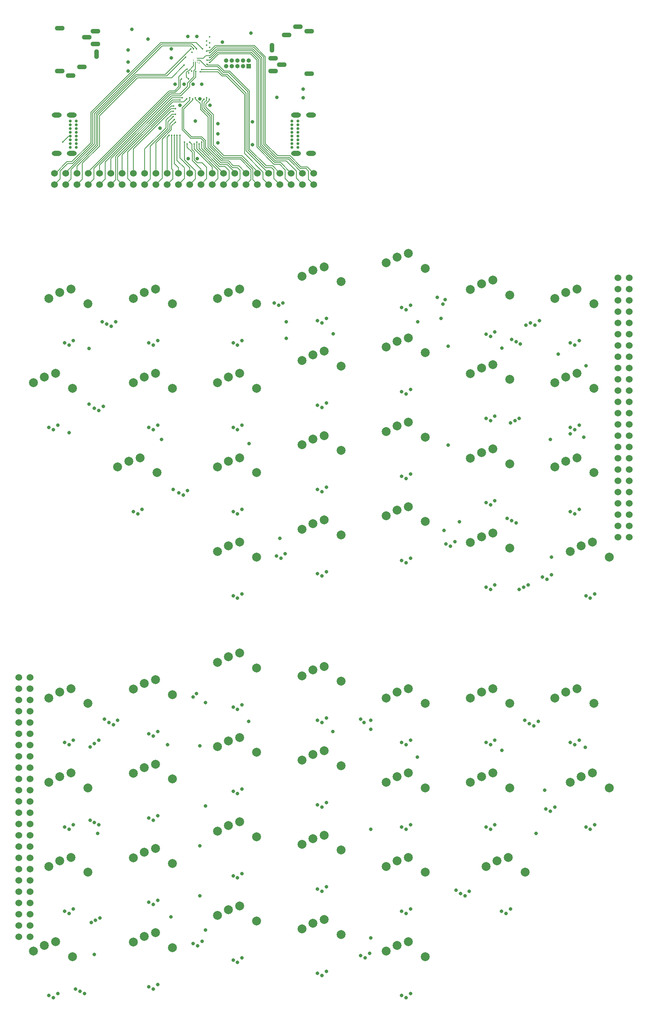
<source format=gbr>
%TF.GenerationSoftware,KiCad,Pcbnew,(6.0.6)*%
%TF.CreationDate,2022-09-03T22:19:58-07:00*%
%TF.ProjectId,NourK,4e6f7572-4b2e-46b6-9963-61645f706362,rev?*%
%TF.SameCoordinates,Original*%
%TF.FileFunction,Copper,L3,Inr*%
%TF.FilePolarity,Positive*%
%FSLAX46Y46*%
G04 Gerber Fmt 4.6, Leading zero omitted, Abs format (unit mm)*
G04 Created by KiCad (PCBNEW (6.0.6)) date 2022-09-03 22:19:58*
%MOMM*%
%LPD*%
G01*
G04 APERTURE LIST*
%TA.AperFunction,ComponentPad*%
%ADD10C,1.524000*%
%TD*%
%TA.AperFunction,ComponentPad*%
%ADD11C,2.000000*%
%TD*%
%TA.AperFunction,ComponentPad*%
%ADD12C,0.650000*%
%TD*%
%TA.AperFunction,ComponentPad*%
%ADD13O,2.216000X1.108000*%
%TD*%
%TA.AperFunction,ComponentPad*%
%ADD14O,1.100000X2.200000*%
%TD*%
%TA.AperFunction,ComponentPad*%
%ADD15O,2.200000X1.100000*%
%TD*%
%TA.AperFunction,ComponentPad*%
%ADD16O,1.000000X1.000000*%
%TD*%
%TA.AperFunction,ComponentPad*%
%ADD17R,1.000000X1.000000*%
%TD*%
%TA.AperFunction,ViaPad*%
%ADD18C,0.800000*%
%TD*%
%TA.AperFunction,ViaPad*%
%ADD19C,0.350000*%
%TD*%
%TA.AperFunction,ViaPad*%
%ADD20C,0.220000*%
%TD*%
%TA.AperFunction,Conductor*%
%ADD21C,0.200000*%
%TD*%
G04 APERTURE END LIST*
D10*
%TO.N,/rhs/RHS Keys/KEY.COL2*%
%TO.C,U3*%
X177260000Y-142965000D03*
%TO.N,/rhs/RHS Keys/KEY.COL4*%
X177260000Y-140425000D03*
%TO.N,/rhs/RHS Keys/KEY.ROW5*%
X177260000Y-137885000D03*
%TO.N,/rhs/RHS Keys/KEY.ROW3*%
X177260000Y-135345000D03*
%TO.N,/rhs/RHS Keys/KEY.ROW1*%
X177260000Y-132805000D03*
%TO.N,/rhs/RHS LEDs/LED.SW_RED1*%
X177260000Y-130265000D03*
%TO.N,/rhs/RHS LEDs/LED.SW_GREEN2*%
X177260000Y-127725000D03*
%TO.N,/rhs/RHS LEDs/LED.SW_BLUE2*%
X177260000Y-125185000D03*
%TO.N,/rhs/RHS LEDs/LED.CS_COL1*%
X177260000Y-122645000D03*
%TO.N,/rhs/RHS LEDs/LED.CS_COL3*%
X177260000Y-120105000D03*
%TO.N,/rhs/RHS LEDs/LED.CS_COL5*%
X177260000Y-117565000D03*
%TO.N,/rhs/RHS LEDs/LED.CS_COL7*%
X177260000Y-115025000D03*
%TO.N,/rhs/RHS LEDs/LED.CS_COL9*%
X177260000Y-112485000D03*
%TO.N,/rhs/RHS LEDs/LED.CS_COL11*%
X177260000Y-109945000D03*
%TO.N,/rhs/RHS LEDs/LED.CS_COL13*%
X177260000Y-107405000D03*
%TO.N,/rhs/RHS LEDs/LED.CS_COL15*%
X177260000Y-104865000D03*
%TO.N,/rhs/RHS LEDs/LED.SW_BLUE3*%
X177260000Y-102325000D03*
%TO.N,/rhs/RHS LEDs/LED.SW_GREEN3*%
X177260000Y-99785000D03*
%TO.N,/rhs/RHS LEDs/LED.SW_RED4*%
X177260000Y-97245000D03*
%TO.N,/rhs/RHS Keys/KEY.ROW6*%
X177260000Y-94705000D03*
%TO.N,/rhs/RHS Keys/KEY.ROW8*%
X177260000Y-92165000D03*
%TO.N,/rhs/RHS Keys/KEY.ROW10*%
X177260000Y-89625000D03*
%TO.N,/rhs/RHS Keys/KEY.COL7*%
X177260000Y-87085000D03*
%TO.N,/rhs/RHS Keys/KEY.COL9*%
X177260000Y-84545000D03*
%TO.N,/rhs/RHS Keys/KEY.COL10*%
X179800000Y-84545000D03*
%TO.N,/rhs/RHS Keys/KEY.COL8*%
X179800000Y-87085000D03*
%TO.N,/rhs/RHS Keys/KEY.COL6*%
X179800000Y-89625000D03*
%TO.N,/rhs/RHS Keys/KEY.ROW9*%
X179800000Y-92165000D03*
%TO.N,/rhs/RHS Keys/KEY.ROW7*%
X179800000Y-94705000D03*
%TO.N,/rhs/RHS LEDs/LED.SW_BLUE4*%
X179800000Y-97245000D03*
%TO.N,/rhs/RHS LEDs/LED.SW_GREEN4*%
X179800000Y-99785000D03*
%TO.N,/rhs/RHS LEDs/LED.SW_RED3*%
X179800000Y-102325000D03*
%TO.N,/rhs/RHS LEDs/LED.CS_COL16*%
X179800000Y-104865000D03*
%TO.N,/rhs/RHS LEDs/LED.CS_COL14*%
X179800000Y-107405000D03*
%TO.N,/rhs/RHS LEDs/LED.CS_COL12*%
X179800000Y-109945000D03*
%TO.N,/rhs/RHS LEDs/LED.CS_COL10*%
X179800000Y-112485000D03*
%TO.N,/rhs/RHS LEDs/LED.CS_COL8*%
X179800000Y-115025000D03*
%TO.N,/rhs/RHS LEDs/LED.CS_COL6*%
X179800000Y-117565000D03*
%TO.N,/rhs/RHS LEDs/LED.CS_COL4*%
X179800000Y-120105000D03*
%TO.N,/rhs/RHS LEDs/LED.CS_COL2*%
X179800000Y-122645000D03*
%TO.N,/rhs/RHS LEDs/LED.SW_RED2*%
X179800000Y-125185000D03*
%TO.N,/rhs/RHS LEDs/LED.SW_GREEN1*%
X179800000Y-127725000D03*
%TO.N,/rhs/RHS LEDs/LED.SW_BLUE1*%
X179800000Y-130265000D03*
%TO.N,/rhs/RHS Keys/KEY.ROW2*%
X179800000Y-132805000D03*
%TO.N,/rhs/RHS Keys/KEY.ROW4*%
X179800000Y-135345000D03*
%TO.N,/rhs/RHS Keys/KEY.COL5*%
X179800000Y-137885000D03*
%TO.N,/rhs/RHS Keys/KEY.COL3*%
X179800000Y-140425000D03*
%TO.N,/rhs/RHS Keys/KEY.COL1*%
X179800000Y-142965000D03*
%TD*%
%TO.N,/core/KEY.COL2*%
%TO.C,U4*%
X50250000Y-61010000D03*
%TO.N,/core/KEY.COL4*%
X52790000Y-61010000D03*
%TO.N,/core/KEY.ROW5*%
X55330000Y-61010000D03*
%TO.N,/core/KEY.ROW3*%
X57870000Y-61010000D03*
%TO.N,/core/KEY.ROW1*%
X60410000Y-61010000D03*
%TO.N,/core/LED.SW_RED2*%
X62950000Y-61010000D03*
%TO.N,/core/LED.SW_GREEN1*%
X65490000Y-61010000D03*
%TO.N,/core/LED.SW_BLUE1*%
X68030000Y-61010000D03*
%TO.N,/core/LED.CS_COL1*%
X70570000Y-61010000D03*
%TO.N,/core/LED.CS_COL3*%
X73110000Y-61010000D03*
%TO.N,/core/LED.CS_COL5*%
X75650000Y-61010000D03*
%TO.N,/core/LED.CS_COL7*%
X78190000Y-61010000D03*
%TO.N,/core/LED.CS_COL9*%
X80730000Y-61010000D03*
%TO.N,/core/LED.CS_COL11*%
X83270000Y-61010000D03*
%TO.N,/core/LED.CS_COL13*%
X85810000Y-61010000D03*
%TO.N,/core/LED.CS_COL15*%
X88350000Y-61010000D03*
%TO.N,/core/LED.SW_BLUE3*%
X90890000Y-61010000D03*
%TO.N,/core/LED.SW_GREEN3*%
X93430000Y-61010000D03*
%TO.N,/core/LED.SW_GREEN4*%
X95970000Y-61010000D03*
%TO.N,/core/KEY.ROW6*%
X98510000Y-61010000D03*
%TO.N,/core/KEY.ROW8*%
X101050000Y-61010000D03*
%TO.N,/core/KEY.ROW10*%
X103590000Y-61010000D03*
%TO.N,/core/KEY.COL7*%
X106130000Y-61010000D03*
%TO.N,/core/KEY.COL9*%
X108670000Y-61010000D03*
%TO.N,/core/KEY.COL10*%
X108670000Y-63550000D03*
%TO.N,/core/KEY.COL8*%
X106130000Y-63550000D03*
%TO.N,/core/KEY.COL6*%
X103590000Y-63550000D03*
%TO.N,/core/KEY.ROW9*%
X101050000Y-63550000D03*
%TO.N,/core/KEY.ROW7*%
X98510000Y-63550000D03*
%TO.N,/core/LED.SW_RED4*%
X95970000Y-63550000D03*
%TO.N,/core/LED.SW_BLUE4*%
X93430000Y-63550000D03*
%TO.N,/core/LED.SW_RED3*%
X90890000Y-63550000D03*
%TO.N,/core/LED.CS_COL16*%
X88350000Y-63550000D03*
%TO.N,/core/LED.CS_COL14*%
X85810000Y-63550000D03*
%TO.N,/core/LED.CS_COL12*%
X83270000Y-63550000D03*
%TO.N,/core/LED.CS_COL10*%
X80730000Y-63550000D03*
%TO.N,/core/LED.CS_COL8*%
X78190000Y-63550000D03*
%TO.N,/core/LED.CS_COL6*%
X75650000Y-63550000D03*
%TO.N,/core/LED.CS_COL4*%
X73110000Y-63550000D03*
%TO.N,/core/LED.CS_COL2*%
X70570000Y-63550000D03*
%TO.N,/core/LED.SW_RED1*%
X68030000Y-63550000D03*
%TO.N,/core/LED.SW_GREEN2*%
X65490000Y-63550000D03*
%TO.N,/core/LED.SW_BLUE2*%
X62950000Y-63550000D03*
%TO.N,/core/KEY.ROW2*%
X60410000Y-63550000D03*
%TO.N,/core/KEY.ROW4*%
X57870000Y-63550000D03*
%TO.N,/core/KEY.COL5*%
X55330000Y-63550000D03*
%TO.N,/core/KEY.COL3*%
X52790000Y-63550000D03*
%TO.N,/core/KEY.COL1*%
X50250000Y-63550000D03*
%TD*%
%TO.N,/lhs/LHS Keys/KEY.COL2*%
%TO.C,U5*%
X44740000Y-174580000D03*
%TO.N,/lhs/LHS Keys/KEY.COL4*%
X44740000Y-177120000D03*
%TO.N,/lhs/LHS Keys/KEY.ROW5*%
X44740000Y-179660000D03*
%TO.N,/lhs/LHS Keys/KEY.ROW3*%
X44740000Y-182200000D03*
%TO.N,/lhs/LHS Keys/KEY.ROW1*%
X44740000Y-184740000D03*
%TO.N,/lhs/LHS LEDs/LED.SW_RED1*%
X44740000Y-187280000D03*
%TO.N,/lhs/LHS LEDs/LED.SW_GREEN2*%
X44740000Y-189820000D03*
%TO.N,/lhs/LHS LEDs/LED.SW_BLUE2*%
X44740000Y-192360000D03*
%TO.N,/lhs/LHS LEDs/LED.CS_COL1*%
X44740000Y-194900000D03*
%TO.N,/lhs/LHS LEDs/LED.CS_COL3*%
X44740000Y-197440000D03*
%TO.N,/lhs/LHS LEDs/LED.CS_COL5*%
X44740000Y-199980000D03*
%TO.N,/lhs/LHS LEDs/LED.CS_COL7*%
X44740000Y-202520000D03*
%TO.N,/lhs/LHS LEDs/LED.CS_COL9*%
X44740000Y-205060000D03*
%TO.N,/lhs/LHS LEDs/LED.CS_COL11*%
X44740000Y-207600000D03*
%TO.N,/lhs/LHS LEDs/LED.CS_COL13*%
X44740000Y-210140000D03*
%TO.N,/lhs/LHS LEDs/LED.CS_COL15*%
X44740000Y-212680000D03*
%TO.N,/lhs/LHS LEDs/LED.SW_BLUE3*%
X44740000Y-215220000D03*
%TO.N,/lhs/LHS LEDs/LED.SW_GREEN3*%
X44740000Y-217760000D03*
%TO.N,/lhs/LHS LEDs/LED.SW_RED4*%
X44740000Y-220300000D03*
%TO.N,/lhs/LHS Keys/KEY.ROW6*%
X44740000Y-222840000D03*
%TO.N,/lhs/LHS Keys/KEY.ROW8*%
X44740000Y-225380000D03*
%TO.N,/lhs/LHS Keys/KEY.ROW10*%
X44740000Y-227920000D03*
%TO.N,/lhs/LHS Keys/KEY.COL7*%
X44740000Y-230460000D03*
%TO.N,/lhs/LHS Keys/KEY.COL9*%
X44740000Y-233000000D03*
%TO.N,/lhs/LHS Keys/KEY.COL10*%
X42200000Y-233000000D03*
%TO.N,/lhs/LHS Keys/KEY.COL8*%
X42200000Y-230460000D03*
%TO.N,/lhs/LHS Keys/KEY.COL6*%
X42200000Y-227920000D03*
%TO.N,/lhs/LHS Keys/KEY.ROW9*%
X42200000Y-225380000D03*
%TO.N,/lhs/LHS Keys/KEY.ROW7*%
X42200000Y-222840000D03*
%TO.N,/lhs/LHS LEDs/LED.SW_BLUE4*%
X42200000Y-220300000D03*
%TO.N,/lhs/LHS LEDs/LED.SW_GREEN4*%
X42200000Y-217760000D03*
%TO.N,/lhs/LHS LEDs/LED.SW_RED3*%
X42200000Y-215220000D03*
%TO.N,/lhs/LHS LEDs/LED.CS_COL16*%
X42200000Y-212680000D03*
%TO.N,/lhs/LHS LEDs/LED.CS_COL14*%
X42200000Y-210140000D03*
%TO.N,/lhs/LHS LEDs/LED.CS_COL12*%
X42200000Y-207600000D03*
%TO.N,/lhs/LHS LEDs/LED.CS_COL10*%
X42200000Y-205060000D03*
%TO.N,/lhs/LHS LEDs/LED.CS_COL8*%
X42200000Y-202520000D03*
%TO.N,/lhs/LHS LEDs/LED.CS_COL6*%
X42200000Y-199980000D03*
%TO.N,/lhs/LHS LEDs/LED.CS_COL4*%
X42200000Y-197440000D03*
%TO.N,/lhs/LHS LEDs/LED.CS_COL2*%
X42200000Y-194900000D03*
%TO.N,/lhs/LHS LEDs/LED.SW_RED2*%
X42200000Y-192360000D03*
%TO.N,/lhs/LHS LEDs/LED.SW_GREEN1*%
X42200000Y-189820000D03*
%TO.N,/lhs/LHS LEDs/LED.SW_BLUE1*%
X42200000Y-187280000D03*
%TO.N,/lhs/LHS Keys/KEY.ROW2*%
X42200000Y-184740000D03*
%TO.N,/lhs/LHS Keys/KEY.ROW4*%
X42200000Y-182200000D03*
%TO.N,/lhs/LHS Keys/KEY.COL5*%
X42200000Y-179660000D03*
%TO.N,/lhs/LHS Keys/KEY.COL3*%
X42200000Y-177120000D03*
%TO.N,/lhs/LHS Keys/KEY.COL1*%
X42200000Y-174580000D03*
%TD*%
D11*
%TO.N,Net-(D48-Pad1)*%
%TO.C,SW53*%
X51460000Y-215920000D03*
X49000000Y-217200000D03*
%TO.N,/lhs/LHS Keys/KEY.COL7*%
X54000000Y-215100000D03*
X57810000Y-218460000D03*
%TD*%
%TO.N,Net-(D43-Pad2)*%
%TO.C,SW36*%
X127460000Y-196920000D03*
X125000000Y-198200000D03*
%TO.N,/lhs/LHS Keys/KEY.COL3*%
X130000000Y-196100000D03*
X133810000Y-199460000D03*
%TD*%
%TO.N,Net-(D43-Pad4)*%
%TO.C,SW33*%
X146460000Y-196920000D03*
X144000000Y-198200000D03*
%TO.N,/lhs/LHS Keys/KEY.COL2*%
X149000000Y-196100000D03*
X152810000Y-199460000D03*
%TD*%
%TO.N,Net-(D3-Pad2)*%
%TO.C,SW13*%
X127460000Y-117920000D03*
X125000000Y-119200000D03*
%TO.N,/rhs/RHS Keys/KEY.COL6*%
X130000000Y-117100000D03*
X133810000Y-120460000D03*
%TD*%
%TO.N,Net-(D48-Pad2)*%
%TO.C,SW49*%
X70460000Y-213920000D03*
X68000000Y-215200000D03*
%TO.N,/lhs/LHS Keys/KEY.COL6*%
X73000000Y-213100000D03*
X76810000Y-216460000D03*
%TD*%
%TO.N,Net-(D2-Pad4)*%
%TO.C,SW8*%
X146460000Y-104920000D03*
X144000000Y-106200000D03*
%TO.N,/rhs/RHS Keys/KEY.COL1*%
X149000000Y-104100000D03*
X152810000Y-107460000D03*
%TD*%
%TO.N,Net-(D5-Pad1)*%
%TO.C,SW26*%
X51460000Y-87920000D03*
X49000000Y-89200000D03*
%TO.N,/rhs/RHS Keys/KEY.COL10*%
X54000000Y-87100000D03*
X57810000Y-90460000D03*
%TD*%
%TO.N,Net-(D5-Pad2)*%
%TO.C,SW23*%
X70460000Y-87920000D03*
X68000000Y-89200000D03*
%TO.N,/rhs/RHS Keys/KEY.COL9*%
X73000000Y-87100000D03*
X76810000Y-90460000D03*
%TD*%
%TO.N,Net-(D8-Pad5)*%
%TO.C,SW18*%
X108460000Y-139920000D03*
X106000000Y-141200000D03*
%TO.N,/rhs/RHS Keys/KEY.COL7*%
X111000000Y-139100000D03*
X114810000Y-142460000D03*
%TD*%
%TO.N,Net-(D7-Pad4)*%
%TO.C,SW21*%
X89460000Y-125920000D03*
X87000000Y-127200000D03*
%TO.N,/rhs/RHS Keys/KEY.COL8*%
X92000000Y-125100000D03*
X95810000Y-128460000D03*
%TD*%
%TO.N,Net-(D1-Pad2)*%
%TO.C,SW11*%
X127460000Y-79920000D03*
X125000000Y-81200000D03*
%TO.N,/rhs/RHS Keys/KEY.COL6*%
X130000000Y-79100000D03*
X133810000Y-82460000D03*
%TD*%
%TO.N,Net-(D2-Pad5)*%
%TO.C,SW4*%
X165460000Y-106920000D03*
X163000000Y-108200000D03*
%TO.N,/rhs/RHS Keys/KEY.COL2*%
X168000000Y-106100000D03*
X171810000Y-109460000D03*
%TD*%
%TO.N,Net-(D48-Pad5)*%
%TO.C,SW45*%
X89460000Y-207920000D03*
X87000000Y-209200000D03*
%TO.N,/lhs/LHS Keys/KEY.COL5*%
X92000000Y-207100000D03*
X95810000Y-210460000D03*
%TD*%
%TO.N,Net-(D44-Pad1)*%
%TO.C,SW41*%
X108460000Y-210920000D03*
X106000000Y-212200000D03*
%TO.N,/lhs/LHS Keys/KEY.COL4*%
X111000000Y-210100000D03*
X114810000Y-213460000D03*
%TD*%
%TO.N,Net-(D45-Pad1)*%
%TO.C,SW42*%
X108460000Y-229920000D03*
X106000000Y-231200000D03*
%TO.N,/lhs/LHS Keys/KEY.COL4*%
X111000000Y-229100000D03*
X114810000Y-232460000D03*
%TD*%
%TO.N,Net-(D6-Pad4)*%
%TO.C,SW20*%
X89460000Y-106920000D03*
X87000000Y-108200000D03*
%TO.N,/rhs/RHS Keys/KEY.COL8*%
X92000000Y-106100000D03*
X95810000Y-109460000D03*
%TD*%
%TO.N,Net-(D43-Pad1)*%
%TO.C,SW40*%
X108460000Y-191920000D03*
X106000000Y-193200000D03*
%TO.N,/lhs/LHS Keys/KEY.COL4*%
X111000000Y-191100000D03*
X114810000Y-194460000D03*
%TD*%
%TO.N,Net-(D46-Pad1)*%
%TO.C,SW51*%
X51460000Y-177920000D03*
X49000000Y-179200000D03*
%TO.N,/lhs/LHS Keys/KEY.COL7*%
X54000000Y-177100000D03*
X57810000Y-180460000D03*
%TD*%
%TO.N,Net-(D2-Pad2)*%
%TO.C,SW12*%
X127460000Y-98920000D03*
X125000000Y-100200000D03*
%TO.N,/rhs/RHS Keys/KEY.COL6*%
X130000000Y-98100000D03*
X133810000Y-101460000D03*
%TD*%
%TO.N,Net-(D44-Pad2)*%
%TO.C,SW37*%
X127460000Y-215920000D03*
X125000000Y-217200000D03*
%TO.N,/lhs/LHS Keys/KEY.COL3*%
X130000000Y-215100000D03*
X133810000Y-218460000D03*
%TD*%
%TO.N,Net-(D42-Pad5)*%
%TO.C,SW30*%
X165460000Y-177920000D03*
X163000000Y-179200000D03*
%TO.N,/lhs/LHS Keys/KEY.COL1*%
X168000000Y-177100000D03*
X171810000Y-180460000D03*
%TD*%
%TO.N,Net-(D7-Pad2)*%
%TO.C,SW25*%
X66960000Y-125920000D03*
X64500000Y-127200000D03*
%TO.N,/rhs/RHS Keys/KEY.COL9*%
X69500000Y-125100000D03*
X73310000Y-128460000D03*
%TD*%
%TO.N,Net-(D5-Pad4)*%
%TO.C,SW19*%
X89460000Y-87920000D03*
X87000000Y-89200000D03*
%TO.N,/rhs/RHS Keys/KEY.COL8*%
X92000000Y-87100000D03*
X95810000Y-90460000D03*
%TD*%
%TO.N,Net-(D47-Pad1)*%
%TO.C,SW52*%
X51460000Y-196920000D03*
X49000000Y-198200000D03*
%TO.N,/lhs/LHS Keys/KEY.COL7*%
X54000000Y-196100000D03*
X57810000Y-199460000D03*
%TD*%
%TO.N,Net-(D45-Pad2)*%
%TO.C,SW38*%
X127460000Y-234920000D03*
X125000000Y-236200000D03*
%TO.N,/lhs/LHS Keys/KEY.COL3*%
X130000000Y-234100000D03*
X133810000Y-237460000D03*
%TD*%
%TO.N,Net-(D42-Pad2)*%
%TO.C,SW35*%
X127460000Y-177920000D03*
X125000000Y-179200000D03*
%TO.N,/lhs/LHS Keys/KEY.COL3*%
X130000000Y-177100000D03*
X133810000Y-180460000D03*
%TD*%
%TO.N,Net-(D3-Pad5)*%
%TO.C,SW5*%
X165460000Y-125920000D03*
X163000000Y-127200000D03*
%TO.N,/rhs/RHS Keys/KEY.COL2*%
X168000000Y-125100000D03*
X171810000Y-128460000D03*
%TD*%
%TO.N,Net-(D46-Pad2)*%
%TO.C,SW47*%
X70460000Y-175920000D03*
X68000000Y-177200000D03*
%TO.N,/lhs/LHS Keys/KEY.COL6*%
X73000000Y-175100000D03*
X76810000Y-178460000D03*
%TD*%
%TO.N,Net-(D49-Pad2)*%
%TO.C,SW50*%
X70460000Y-232920000D03*
X68000000Y-234200000D03*
%TO.N,/lhs/LHS Keys/KEY.COL6*%
X73000000Y-232100000D03*
X76810000Y-235460000D03*
%TD*%
%TO.N,Net-(D4-Pad2)*%
%TO.C,SW14*%
X127460000Y-136920000D03*
X125000000Y-138200000D03*
%TO.N,/rhs/RHS Keys/KEY.COL6*%
X130000000Y-136100000D03*
X133810000Y-139460000D03*
%TD*%
%TO.N,Net-(D3-Pad4)*%
%TO.C,SW9*%
X146460000Y-123920000D03*
X144000000Y-125200000D03*
%TO.N,/rhs/RHS Keys/KEY.COL1*%
X149000000Y-123100000D03*
X152810000Y-126460000D03*
%TD*%
%TO.N,Net-(D7-Pad5)*%
%TO.C,SW17*%
X108460000Y-120920000D03*
X106000000Y-122200000D03*
%TO.N,/rhs/RHS Keys/KEY.COL7*%
X111000000Y-120100000D03*
X114810000Y-123460000D03*
%TD*%
%TO.N,Net-(D46-Pad5)*%
%TO.C,SW43*%
X89460000Y-169920000D03*
X87000000Y-171200000D03*
%TO.N,/lhs/LHS Keys/KEY.COL5*%
X92000000Y-169100000D03*
X95810000Y-172460000D03*
%TD*%
%TO.N,Net-(D42-Pad4)*%
%TO.C,SW32*%
X146460000Y-177920000D03*
X144000000Y-179200000D03*
%TO.N,/lhs/LHS Keys/KEY.COL2*%
X149000000Y-177100000D03*
X152810000Y-180460000D03*
%TD*%
%TO.N,Net-(D47-Pad5)*%
%TO.C,SW44*%
X89460000Y-188920000D03*
X87000000Y-190200000D03*
%TO.N,/lhs/LHS Keys/KEY.COL5*%
X92000000Y-188100000D03*
X95810000Y-191460000D03*
%TD*%
%TO.N,Net-(D6-Pad2)*%
%TO.C,SW24*%
X70460000Y-106920000D03*
X68000000Y-108200000D03*
%TO.N,/rhs/RHS Keys/KEY.COL9*%
X73000000Y-106100000D03*
X76810000Y-109460000D03*
%TD*%
%TO.N,Net-(D43-Pad5)*%
%TO.C,SW31*%
X168960000Y-196920000D03*
X166500000Y-198200000D03*
%TO.N,/lhs/LHS Keys/KEY.COL1*%
X171500000Y-196100000D03*
X175310000Y-199460000D03*
%TD*%
%TO.N,Net-(D8-Pad4)*%
%TO.C,SW22*%
X89460000Y-144920000D03*
X87000000Y-146200000D03*
%TO.N,/rhs/RHS Keys/KEY.COL8*%
X92000000Y-144100000D03*
X95810000Y-147460000D03*
%TD*%
%TO.N,Net-(D47-Pad2)*%
%TO.C,SW48*%
X70460000Y-194920000D03*
X68000000Y-196200000D03*
%TO.N,/lhs/LHS Keys/KEY.COL6*%
X73000000Y-194100000D03*
X76810000Y-197460000D03*
%TD*%
%TO.N,Net-(D4-Pad4)*%
%TO.C,SW10*%
X146460000Y-142920000D03*
X144000000Y-144200000D03*
%TO.N,/rhs/RHS Keys/KEY.COL1*%
X149000000Y-142100000D03*
X152810000Y-145460000D03*
%TD*%
%TO.N,Net-(D49-Pad5)*%
%TO.C,SW46*%
X89460000Y-226920000D03*
X87000000Y-228200000D03*
%TO.N,/lhs/LHS Keys/KEY.COL5*%
X92000000Y-226100000D03*
X95810000Y-229460000D03*
%TD*%
%TO.N,Net-(D44-Pad4)*%
%TO.C,SW34*%
X149960000Y-215920000D03*
X147500000Y-217200000D03*
%TO.N,/lhs/LHS Keys/KEY.COL2*%
X152500000Y-215100000D03*
X156310000Y-218460000D03*
%TD*%
%TO.N,Net-(D6-Pad5)*%
%TO.C,SW16*%
X108460000Y-101920000D03*
X106000000Y-103200000D03*
%TO.N,/rhs/RHS Keys/KEY.COL7*%
X111000000Y-101100000D03*
X114810000Y-104460000D03*
%TD*%
%TO.N,Net-(D5-Pad5)*%
%TO.C,SW15*%
X108460000Y-82920000D03*
X106000000Y-84200000D03*
%TO.N,/rhs/RHS Keys/KEY.COL7*%
X111000000Y-82100000D03*
X114810000Y-85460000D03*
%TD*%
%TO.N,Net-(D49-Pad1)*%
%TO.C,SW54*%
X47960000Y-234920000D03*
X45500000Y-236200000D03*
%TO.N,/lhs/LHS Keys/KEY.COL7*%
X50500000Y-234100000D03*
X54310000Y-237460000D03*
%TD*%
%TO.N,Net-(D42-Pad1)*%
%TO.C,SW39*%
X108460000Y-172920000D03*
X106000000Y-174200000D03*
%TO.N,/lhs/LHS Keys/KEY.COL4*%
X111000000Y-172100000D03*
X114810000Y-175460000D03*
%TD*%
%TO.N,Net-(D1-Pad4)*%
%TO.C,SW7*%
X146460000Y-85920000D03*
X144000000Y-87200000D03*
%TO.N,/rhs/RHS Keys/KEY.COL1*%
X149000000Y-85100000D03*
X152810000Y-88460000D03*
%TD*%
%TO.N,Net-(D6-Pad1)*%
%TO.C,SW27*%
X47960000Y-106920000D03*
X45500000Y-108200000D03*
%TO.N,/rhs/RHS Keys/KEY.COL10*%
X50500000Y-106100000D03*
X54310000Y-109460000D03*
%TD*%
%TO.N,Net-(D4-Pad5)*%
%TO.C,SW6*%
X168960000Y-144920000D03*
X166500000Y-146200000D03*
%TO.N,/rhs/RHS Keys/KEY.COL2*%
X171500000Y-144100000D03*
X175310000Y-147460000D03*
%TD*%
%TO.N,Net-(D1-Pad5)*%
%TO.C,SW3*%
X165460000Y-87920000D03*
X163000000Y-89200000D03*
%TO.N,/rhs/RHS Keys/KEY.COL2*%
X168000000Y-87100000D03*
X171810000Y-90460000D03*
%TD*%
D12*
%TO.N,GND*%
%TO.C,J4*%
X55125000Y-49275000D03*
%TO.N,VBUS*%
X55125000Y-50125000D03*
%TO.N,Net-(J4-PadA5)*%
X55125000Y-50975000D03*
%TO.N,/core/D+*%
X55125000Y-51825000D03*
%TO.N,/core/D-*%
X55125000Y-52675000D03*
%TO.N,unconnected-(J4-PadA8)*%
X55125000Y-53525000D03*
%TO.N,VBUS*%
X55125000Y-54375000D03*
%TO.N,GND*%
X55125000Y-55225000D03*
X53775000Y-55225000D03*
%TO.N,VBUS*%
X53775000Y-54375000D03*
%TO.N,Net-(J4-PadB5)*%
X53775000Y-53525000D03*
%TO.N,/core/D+*%
X53775000Y-52675000D03*
%TO.N,/core/D-*%
X53775000Y-51825000D03*
%TO.N,unconnected-(J4-PadB8)*%
X53775000Y-50975000D03*
%TO.N,VBUS*%
X53775000Y-50125000D03*
%TO.N,GND*%
X53775000Y-49275000D03*
D13*
%TO.N,N/C*%
X54145000Y-47925000D03*
X54145000Y-56575000D03*
X50765000Y-47925000D03*
X50765000Y-56575000D03*
%TD*%
D12*
%TO.N,GND*%
%TO.C,J3*%
X103725000Y-55225000D03*
%TO.N,VBUS*%
X103725000Y-54375000D03*
%TO.N,Net-(J3-PadA5)*%
X103725000Y-53525000D03*
%TO.N,/core/D+*%
X103725000Y-52675000D03*
%TO.N,/core/D-*%
X103725000Y-51825000D03*
%TO.N,unconnected-(J3-PadA8)*%
X103725000Y-50975000D03*
%TO.N,VBUS*%
X103725000Y-50125000D03*
%TO.N,GND*%
X103725000Y-49275000D03*
X105075000Y-49275000D03*
%TO.N,VBUS*%
X105075000Y-50125000D03*
%TO.N,Net-(J3-PadB5)*%
X105075000Y-50975000D03*
%TO.N,/core/D+*%
X105075000Y-51825000D03*
%TO.N,/core/D-*%
X105075000Y-52675000D03*
%TO.N,unconnected-(J3-PadB8)*%
X105075000Y-53525000D03*
%TO.N,VBUS*%
X105075000Y-54375000D03*
%TO.N,GND*%
X105075000Y-55225000D03*
D13*
%TO.N,N/C*%
X104705000Y-56575000D03*
X104705000Y-47925000D03*
X108085000Y-56575000D03*
X108085000Y-47925000D03*
%TD*%
D14*
%TO.N,GND*%
%TO.C,J1*%
X99300000Y-32800000D03*
D15*
%TO.N,Net-(J1-Pad2)*%
X102600000Y-29900000D03*
%TO.N,/core/USART.RX*%
X99500000Y-35100000D03*
%TO.N,/core/USART.TX*%
X107600000Y-29000000D03*
%TO.N,Net-(J1-Pad2)*%
X101500000Y-36600000D03*
%TO.N,VCC*%
X99500000Y-38000000D03*
%TO.N,GND*%
X107600000Y-38600000D03*
X105100000Y-28000000D03*
%TD*%
D16*
%TO.N,/core/~{RST}*%
%TO.C,J2*%
X88945000Y-35625000D03*
%TO.N,GND*%
X88945000Y-36895000D03*
%TO.N,unconnected-(J2-Pad8)*%
X90215000Y-35625000D03*
%TO.N,unconnected-(J2-Pad7)*%
X90215000Y-36895000D03*
%TO.N,unconnected-(J2-Pad6)*%
X91485000Y-35625000D03*
%TO.N,GND*%
X91485000Y-36895000D03*
%TO.N,/core/SWCLK*%
X92755000Y-35625000D03*
%TO.N,GND*%
X92755000Y-36895000D03*
%TO.N,/core/SWDIO*%
X94025000Y-35625000D03*
D17*
%TO.N,VCC*%
X94025000Y-36895000D03*
%TD*%
D14*
%TO.N,GND*%
%TO.C,J5*%
X59700000Y-34200000D03*
D15*
%TO.N,Net-(J5-Pad2)*%
X56400000Y-37100000D03*
%TO.N,/core/USART.TX*%
X59500000Y-31900000D03*
%TO.N,/core/USART.RX*%
X51400000Y-38000000D03*
%TO.N,Net-(J5-Pad2)*%
X57500000Y-30400000D03*
%TO.N,VCC*%
X59500000Y-29000000D03*
%TO.N,GND*%
X51400000Y-28400000D03*
X53900000Y-39000000D03*
%TD*%
D18*
%TO.N,/lhs/LHS LEDs/LED.CS_COL5*%
X94033000Y-184467000D03*
%TO.N,/lhs/LHS LEDs/LED.CS_COL6*%
X75750000Y-189750000D03*
%TO.N,/lhs/LHS LEDs/LED.CS_COL3*%
X132033000Y-192500000D03*
%TO.N,/lhs/LHS LEDs/LED.CS_COL4*%
X113000000Y-186750000D03*
%TO.N,/lhs/LHS LEDs/LED.CS_COL1*%
X169900000Y-190350000D03*
%TO.N,/lhs/LHS LEDs/LED.CS_COL2*%
X151033000Y-190967000D03*
%TO.N,/lhs/LHS Keys/KEY.COL6*%
X76500000Y-228500000D03*
%TO.N,/rhs/RHS LEDs/LED.CS_COL8*%
X94075000Y-121925000D03*
%TO.N,/rhs/RHS LEDs/LED.CS_COL7*%
X74400000Y-121000000D03*
%TO.N,/rhs/RHS LEDs/LED.CS_COL9*%
X113075000Y-97175000D03*
%TO.N,/rhs/RHS LEDs/LED.CS_COL10*%
X132075000Y-94500000D03*
%TO.N,/rhs/RHS LEDs/LED.CS_COL12*%
X170075000Y-104425000D03*
%TO.N,/rhs/RHS LEDs/LED.CS_COL11*%
X151075000Y-100425000D03*
%TO.N,/rhs/RHS LEDs/LED.SW_BLUE3*%
X169500000Y-120500000D03*
D19*
%TO.N,/core/D+*%
X52100000Y-54000000D03*
%TO.N,/core/VREF+*%
X81200000Y-33800000D03*
%TO.N,/core/KEY.COL3*%
X81000000Y-33000000D03*
%TO.N,/core/KEY.COL1*%
X82200000Y-33000000D03*
%TO.N,/core/KEY.COL4*%
X81600000Y-33000000D03*
%TO.N,/core/KEY.COL2*%
X83600000Y-33000000D03*
%TO.N,/core/KEY.ROW8*%
X84600000Y-36500000D03*
%TO.N,/core/USART.TX*%
X85200000Y-30300000D03*
%TO.N,/core/USART.RX*%
X84500000Y-31200000D03*
%TO.N,/core/SWDIO*%
X85200000Y-31700000D03*
%TO.N,/core/SWCLK*%
X84500000Y-32200000D03*
%TO.N,/core/~{RST}*%
X85200000Y-32700000D03*
%TO.N,/core/KEY.COL9*%
X84500000Y-33500000D03*
%TO.N,/core/KEY.COL10*%
X85200000Y-33900000D03*
%TO.N,/core/KEY.COL8*%
X85200000Y-35000000D03*
%TO.N,/core/KEY.ROW10*%
X84600000Y-35590000D03*
%TO.N,/core/KEY.COL6*%
X85200000Y-36100000D03*
%TO.N,/core/KEY.ROW5*%
X79800000Y-34900000D03*
%TO.N,/core/KEY.COL5*%
X79450000Y-36700000D03*
%TO.N,/core/USART.TX*%
X81100000Y-38000000D03*
%TO.N,/core/BOOT0*%
X80450000Y-38450000D03*
%TO.N,/core/KEY.ROW4*%
X78850000Y-39800000D03*
%TO.N,/core/I2C_SCL*%
X80450000Y-39800000D03*
%TO.N,/core/KEY.ROW3*%
X80148562Y-37548562D03*
%TO.N,/core/KEY.ROW2*%
X82100000Y-38100000D03*
%TO.N,/core/KEY.ROW7*%
X83100000Y-38200000D03*
%TO.N,/core/KEY.ROW6*%
X83450000Y-37700000D03*
%TO.N,/core/LED.CS_COL16*%
X83400000Y-54050000D03*
%TO.N,/core/LED.CS_COL15*%
X82850000Y-54450000D03*
%TO.N,/core/LED.CS_COL14*%
X82300000Y-54000000D03*
%TO.N,/core/LED.CS_COL13*%
X81750000Y-54450000D03*
%TO.N,/core/LED.CS_COL12*%
X80750000Y-54000000D03*
%TO.N,/core/LED.CS_COL11*%
X80150000Y-54450000D03*
%TO.N,/core/LED.CS_COL10*%
X79550000Y-54000000D03*
%TO.N,/core/LED.CS_COL9*%
X78500000Y-52500000D03*
%TO.N,/core/LED.CS_COL8*%
X77850000Y-52500000D03*
%TO.N,/core/LED.CS_COL7*%
X77250000Y-52500000D03*
%TO.N,/core/LED.CS_COL6*%
X76650000Y-52500000D03*
%TO.N,/core/LED.CS_COL5*%
X76050000Y-52500000D03*
%TO.N,/core/LED.CS_COL4*%
X77500000Y-49500000D03*
%TO.N,/core/LED.CS_COL3*%
X77250000Y-48900000D03*
%TO.N,/core/LED.CS_COL2*%
X77000000Y-48250000D03*
%TO.N,/core/LED.CS_COL1*%
X77500000Y-47750000D03*
%TO.N,/core/LED.SW_BLUE1*%
X77000000Y-47050000D03*
%TO.N,/core/LED.SW_RED1*%
X77500000Y-46500000D03*
%TO.N,/core/LED.SW_GREEN1*%
X77050000Y-45850000D03*
%TO.N,/core/LED.SW_BLUE2*%
X78500000Y-44500000D03*
%TO.N,/core/LED.SW_RED2*%
X79000000Y-44000000D03*
%TO.N,/core/LED.SW_GREEN2*%
X80000000Y-44300000D03*
%TO.N,/core/LED.SW_BLUE3*%
X80700000Y-44000000D03*
%TO.N,/core/LED.SW_RED3*%
X81400000Y-44300000D03*
%TO.N,/core/LED.SW_GREEN3*%
X82000000Y-44000000D03*
%TO.N,/core/LED.SW_GREEN4*%
X85150000Y-44400000D03*
%TO.N,/core/LED.SW_BLUE4*%
X83900000Y-44400000D03*
%TO.N,/core/LED.SW_RED4*%
X84500000Y-44000000D03*
D18*
%TO.N,GND*%
X77450000Y-41000000D03*
X79450000Y-41000000D03*
X81450000Y-41000000D03*
X83450000Y-41000000D03*
X87050000Y-54200000D03*
X100324878Y-43950000D03*
X83000000Y-44250000D03*
X76550000Y-33050000D03*
X71350000Y-30850000D03*
X85250000Y-45750000D03*
X82300000Y-30200000D03*
X87050000Y-49850000D03*
X67650000Y-28650000D03*
X80400000Y-57700000D03*
X66800000Y-33250000D03*
X106324878Y-44000000D03*
X76550000Y-35050000D03*
X94862500Y-54575000D03*
X82000000Y-49250000D03*
X78500000Y-45750000D03*
X66800000Y-36000000D03*
X87050000Y-52150000D03*
X94500000Y-29500000D03*
X82400000Y-57700000D03*
X66800000Y-38000000D03*
X74050000Y-50900000D03*
X94862500Y-49425000D03*
X80300000Y-30237500D03*
%TO.N,VBUS*%
X106324878Y-42100000D03*
%TO.N,/rhs/RHS Keys/KEY.ROW4*%
X139000000Y-122250000D03*
X141500000Y-139500000D03*
%TO.N,/rhs/RHS LEDs/LED.SW_BLUE1*%
X154250000Y-139750000D03*
X140500000Y-144000000D03*
X111500000Y-150750000D03*
X102250000Y-146750000D03*
X149500000Y-153750000D03*
X157000000Y-153750000D03*
X172000000Y-155750000D03*
X130500000Y-147750000D03*
X162250000Y-151500000D03*
X92500000Y-155750000D03*
%TO.N,/rhs/RHS LEDs/LED.SW_GREEN1*%
X110500000Y-151750000D03*
X148500000Y-154750000D03*
X160250000Y-152000000D03*
X138500000Y-144500000D03*
X155000000Y-154750000D03*
X100250000Y-147250000D03*
X129500000Y-148750000D03*
X171000000Y-156750000D03*
X91500000Y-156750000D03*
X152250000Y-138750000D03*
%TO.N,/rhs/RHS LEDs/LED.SW_RED1*%
X170000000Y-156250000D03*
X90500000Y-156250000D03*
X156000000Y-154250000D03*
X147500000Y-154250000D03*
X153250000Y-139250000D03*
X139500000Y-145000000D03*
X109500000Y-151250000D03*
X161250000Y-152500000D03*
X128500000Y-148250000D03*
X101250000Y-147750000D03*
%TO.N,/rhs/RHS LEDs/LED.SW_BLUE2*%
X70000000Y-136750000D03*
X80250000Y-132500000D03*
X92500000Y-136750000D03*
X168500000Y-136750000D03*
X130500000Y-128750000D03*
X111500000Y-131750000D03*
X149500000Y-134750000D03*
%TO.N,/rhs/RHS LEDs/LED.SW_GREEN2*%
X167500000Y-137750000D03*
X129500000Y-129750000D03*
X148500000Y-135750000D03*
X91500000Y-137750000D03*
X69000000Y-137750000D03*
X110500000Y-132750000D03*
X78250000Y-133000000D03*
%TO.N,/rhs/RHS LEDs/LED.SW_RED2*%
X147500000Y-135250000D03*
X79250000Y-133500000D03*
X90500000Y-137250000D03*
X128500000Y-129250000D03*
X109500000Y-132250000D03*
X166500000Y-137250000D03*
X68000000Y-137250000D03*
%TO.N,/rhs/RHS LEDs/LED.SW_BLUE3*%
X73500000Y-117750000D03*
X168500000Y-117750000D03*
X155000000Y-116250000D03*
X92500000Y-117750000D03*
X130500000Y-109750000D03*
X111500000Y-112750000D03*
X149500000Y-115750000D03*
X61250000Y-113500000D03*
X51000000Y-117750000D03*
X155250000Y-99500000D03*
%TO.N,/rhs/RHS LEDs/LED.SW_GREEN3*%
X50000000Y-118750000D03*
X167500000Y-118750000D03*
X153000000Y-117250000D03*
X110500000Y-113750000D03*
X72500000Y-118750000D03*
X148500000Y-116750000D03*
X129500000Y-110750000D03*
X153250000Y-98500000D03*
X91500000Y-118750000D03*
X59250000Y-114000000D03*
%TO.N,/rhs/RHS LEDs/LED.SW_RED3*%
X60250000Y-114500000D03*
X166500000Y-119750000D03*
X166500000Y-118250000D03*
X90500000Y-118250000D03*
X154000000Y-116750000D03*
X147500000Y-116250000D03*
X49000000Y-118250000D03*
X128500000Y-110250000D03*
X109500000Y-113250000D03*
X154250000Y-99000000D03*
X71500000Y-118250000D03*
%TO.N,/rhs/RHS LEDs/LED.SW_BLUE4*%
X64000000Y-94500000D03*
X149500000Y-96750000D03*
X130500000Y-90750000D03*
X92500000Y-98750000D03*
X168500000Y-98750000D03*
X73500000Y-98750000D03*
X54500000Y-98750000D03*
X111500000Y-93750000D03*
X159500000Y-94250000D03*
X99750000Y-90250000D03*
%TO.N,/rhs/RHS LEDs/LED.SW_GREEN4*%
X148500000Y-97750000D03*
X72500000Y-99750000D03*
X91500000Y-99750000D03*
X167500000Y-99750000D03*
X157500000Y-94750000D03*
X62000000Y-95000000D03*
X129500000Y-91750000D03*
X53500000Y-99750000D03*
X101750000Y-90250000D03*
X110500000Y-94750000D03*
X138250000Y-89500000D03*
%TO.N,/rhs/RHS LEDs/LED.SW_RED4*%
X166500000Y-99250000D03*
X63000000Y-95500000D03*
X90500000Y-99250000D03*
X109500000Y-94250000D03*
X128500000Y-91250000D03*
X137750000Y-90500000D03*
X147500000Y-97250000D03*
X52500000Y-99250000D03*
X71500000Y-99250000D03*
X100750000Y-90750000D03*
X158500000Y-95250000D03*
%TO.N,/rhs/RHS LEDs/LED.CS_COL6*%
X53500000Y-119500000D03*
%TO.N,/lhs/LHS Keys/KEY.ROW2*%
X83000000Y-190000000D03*
%TO.N,/lhs/LHS LEDs/LED.SW_BLUE1*%
X73500000Y-186750000D03*
X168500000Y-188750000D03*
X92500000Y-180750000D03*
X149500000Y-188750000D03*
X64500000Y-184250000D03*
X130500000Y-188750000D03*
X54500000Y-188750000D03*
X159250000Y-184500000D03*
X121500000Y-184250000D03*
X111500000Y-183750000D03*
%TO.N,/lhs/LHS LEDs/LED.SW_GREEN1*%
X53500000Y-189750000D03*
X62500000Y-184750000D03*
X129500000Y-189750000D03*
X157250000Y-185000000D03*
X72500000Y-187750000D03*
X167500000Y-189750000D03*
X119250000Y-184000000D03*
X110500000Y-184750000D03*
X91500000Y-181750000D03*
X148500000Y-189750000D03*
X82250000Y-178250000D03*
%TO.N,/lhs/LHS LEDs/LED.SW_RED1*%
X90500000Y-181250000D03*
X147500000Y-189250000D03*
X166500000Y-189250000D03*
X81500000Y-179000000D03*
X128500000Y-189250000D03*
X52500000Y-189250000D03*
X120000000Y-184750000D03*
X158250000Y-185500000D03*
X63500000Y-185250000D03*
X71500000Y-187250000D03*
X109500000Y-184250000D03*
%TO.N,/lhs/LHS LEDs/LED.SW_BLUE2*%
X172000000Y-207750000D03*
X73500000Y-205750000D03*
X58250000Y-190250000D03*
X163000000Y-203750000D03*
X54500000Y-207750000D03*
X111500000Y-202750000D03*
X92500000Y-199750000D03*
X149500000Y-207750000D03*
X130500000Y-207750000D03*
X58250000Y-206750000D03*
%TO.N,/lhs/LHS LEDs/LED.SW_GREEN2*%
X72500000Y-206750000D03*
X60250000Y-188750000D03*
X148500000Y-208750000D03*
X110500000Y-203750000D03*
X171000000Y-208750000D03*
X60250000Y-207750000D03*
X53500000Y-208750000D03*
X161000000Y-204250000D03*
X91500000Y-200750000D03*
X129500000Y-208750000D03*
%TO.N,/lhs/LHS LEDs/LED.SW_RED2*%
X59250000Y-189500000D03*
X128500000Y-208250000D03*
X52500000Y-208250000D03*
X71500000Y-206250000D03*
X109500000Y-203250000D03*
X147500000Y-208250000D03*
X90500000Y-200250000D03*
X59250000Y-207250000D03*
X162000000Y-204750000D03*
X170000000Y-208250000D03*
%TO.N,/lhs/LHS LEDs/LED.SW_BLUE3*%
X143750000Y-222750000D03*
X92500000Y-218750000D03*
X54500000Y-226750000D03*
X130500000Y-226750000D03*
X73500000Y-224750000D03*
X153000000Y-226750000D03*
X111500000Y-221750000D03*
%TO.N,/lhs/LHS LEDs/LED.SW_GREEN3*%
X110500000Y-222750000D03*
X141750000Y-223250000D03*
X152000000Y-227750000D03*
X91500000Y-219750000D03*
X53500000Y-227750000D03*
X129500000Y-227750000D03*
X72500000Y-225750000D03*
%TO.N,/lhs/LHS LEDs/LED.SW_RED3*%
X151000000Y-227250000D03*
X90500000Y-219250000D03*
X52500000Y-227250000D03*
X128500000Y-227250000D03*
X142750000Y-223750000D03*
X71500000Y-225250000D03*
X109500000Y-222250000D03*
%TO.N,/lhs/LHS LEDs/LED.SW_BLUE4*%
X73500000Y-243750000D03*
X92500000Y-237750000D03*
X130500000Y-245750000D03*
X58500000Y-229750000D03*
X121250000Y-236750000D03*
X51000000Y-245750000D03*
X83500000Y-234000000D03*
X55000000Y-244750000D03*
X111500000Y-240750000D03*
%TO.N,/lhs/LHS LEDs/LED.SW_GREEN4*%
X129500000Y-246750000D03*
X57000000Y-245750000D03*
X60500000Y-228750000D03*
X50000000Y-246750000D03*
X72500000Y-244750000D03*
X91500000Y-238750000D03*
X81500000Y-234500000D03*
X110500000Y-241750000D03*
X119250000Y-237250000D03*
%TO.N,/lhs/LHS LEDs/LED.SW_RED4*%
X90500000Y-238250000D03*
X71500000Y-244250000D03*
X82500000Y-235000000D03*
X59500000Y-229250000D03*
X49000000Y-246250000D03*
X128500000Y-246250000D03*
X109500000Y-241250000D03*
X120250000Y-237750000D03*
X56000000Y-245250000D03*
%TO.N,/lhs/LHS LEDs/LED.CS_COL8*%
X60000000Y-209750000D03*
X61500000Y-184000000D03*
X59250000Y-237000000D03*
%TO.N,/lhs/LHS LEDs/LED.CS_COL9*%
X84250000Y-180250000D03*
X84250000Y-203500000D03*
X84250000Y-231500000D03*
%TO.N,/lhs/LHS LEDs/LED.CS_COL10*%
X121500000Y-186250000D03*
X121500000Y-208750000D03*
X121500000Y-233250000D03*
%TO.N,/lhs/LHS LEDs/LED.CS_COL11*%
X158750000Y-209750000D03*
X140750000Y-222500000D03*
X156250000Y-184250000D03*
X160750000Y-200000000D03*
%TO.N,/lhs/LHS Keys/KEY.ROW9*%
X83000000Y-212500000D03*
X83000000Y-223750000D03*
D20*
%TO.N,/core/~{RST}*%
X81600000Y-35550000D03*
%TO.N,/core/I2C_SCL*%
X81600000Y-35950000D03*
%TO.N,/core/USART.RX*%
X82400000Y-35950000D03*
%TO.N,/core/SWDIO*%
X82800000Y-35950000D03*
%TO.N,/core/SWCLK*%
X82800000Y-36350000D03*
D18*
%TO.N,/core/BOOT0*%
X88100000Y-31462500D03*
D20*
%TO.N,/core/KEY.ROW9*%
X82400000Y-35550000D03*
%TO.N,/core/KEY.ROW1*%
X82000000Y-35950000D03*
%TO.N,/core/KEY.COL7*%
X82400000Y-35150000D03*
D18*
%TO.N,/rhs/RHS LEDs/LED.CS_COL13*%
X58000000Y-113000000D03*
X58000000Y-100500000D03*
X77000000Y-132250000D03*
X61000000Y-94500000D03*
%TO.N,/rhs/RHS LEDs/LED.CS_COL14*%
X101000000Y-143250000D03*
X102500000Y-94500000D03*
X102500000Y-98250000D03*
%TO.N,/rhs/RHS LEDs/LED.CS_COL15*%
X138000000Y-141500000D03*
X137400000Y-93750000D03*
X136500000Y-89000000D03*
%TO.N,/rhs/RHS LEDs/LED.CS_COL16*%
X156500000Y-95250000D03*
X163750000Y-101750000D03*
X162250000Y-147500000D03*
X162000000Y-121000000D03*
%TO.N,/rhs/RHS Keys/KEY.ROW9*%
X139000000Y-100000000D03*
%TD*%
D21*
%TO.N,/core/KEY.COL2*%
X83600000Y-33000000D02*
X82168266Y-31568266D01*
X82168266Y-31568266D02*
X74193400Y-31568266D01*
X74193400Y-31568266D02*
X58423850Y-47337816D01*
X58423850Y-47337816D02*
X58423850Y-54173850D01*
X58423850Y-54173850D02*
X54155781Y-58441919D01*
X54155781Y-58441919D02*
X53020679Y-58441919D01*
X53020679Y-58441919D02*
X50452599Y-61010000D01*
X50452599Y-61010000D02*
X50250000Y-61010000D01*
%TO.N,/core/KEY.COL1*%
X82200000Y-33000000D02*
X82200000Y-32956532D01*
X82200000Y-32956532D02*
X81191734Y-31948266D01*
X74350802Y-31948266D02*
X58803850Y-47495218D01*
X81191734Y-31948266D02*
X74350802Y-31948266D01*
X58803850Y-47495218D02*
X58803850Y-54303850D01*
X58803850Y-54303850D02*
X58817551Y-54317551D01*
X58817551Y-54317551D02*
X54313183Y-58821919D01*
X54313183Y-58821919D02*
X53178081Y-58821919D01*
X53178081Y-58821919D02*
X51500000Y-60500000D01*
X51500000Y-60500000D02*
X51500000Y-62300000D01*
X51500000Y-62300000D02*
X50250000Y-63550000D01*
%TO.N,/core/KEY.COL4*%
X81600000Y-33000000D02*
X81600000Y-32956532D01*
X81600000Y-32956532D02*
X80971734Y-32328266D01*
X59183850Y-47652620D02*
X59183850Y-53000000D01*
X80971734Y-32328266D02*
X74508204Y-32328266D01*
X74508204Y-32328266D02*
X59183850Y-47652620D01*
X59183850Y-53000000D02*
X59197551Y-53013701D01*
X59197551Y-53013701D02*
X59197551Y-54447551D01*
X59211252Y-54461252D02*
X52790000Y-60882504D01*
X59197551Y-54447551D02*
X59211252Y-54461252D01*
X52790000Y-60882504D02*
X52790000Y-61010000D01*
%TO.N,/core/KEY.COL3*%
X81000000Y-33000000D02*
X75235662Y-38764338D01*
X68609534Y-38764338D02*
X59604953Y-47768919D01*
X75235662Y-38764338D02*
X68609534Y-38764338D01*
X59604953Y-47768919D02*
X59604953Y-54604953D01*
X59604953Y-54604953D02*
X54000000Y-60209907D01*
X54000000Y-60209907D02*
X54000000Y-62340000D01*
X54000000Y-62340000D02*
X52790000Y-63550000D01*
%TO.N,/core/KEY.ROW5*%
X79800000Y-34900000D02*
X75555662Y-39144338D01*
X75555662Y-39144338D02*
X68766936Y-39144338D01*
X68766936Y-39144338D02*
X59984953Y-47926321D01*
X59984953Y-47926321D02*
X59984953Y-54762355D01*
X59984953Y-54762355D02*
X55330000Y-59417309D01*
X55330000Y-59417309D02*
X55330000Y-61010000D01*
%TO.N,/core/KEY.COL5*%
X55330000Y-63550000D02*
X56500000Y-62380000D01*
X76625662Y-39524338D02*
X79450000Y-36700000D01*
X56500000Y-62380000D02*
X56500000Y-58784710D01*
X56500000Y-58784710D02*
X60364953Y-54919757D01*
X60364953Y-54919757D02*
X60364953Y-48083723D01*
X60364953Y-48083723D02*
X68924338Y-39524338D01*
X68924338Y-39524338D02*
X76625662Y-39524338D01*
%TO.N,/core/I2C_SCL*%
X81600000Y-35950000D02*
X81600000Y-36856532D01*
X81600000Y-36856532D02*
X80461532Y-37995000D01*
X80261532Y-37995000D02*
X79995000Y-38261532D01*
X80461532Y-37995000D02*
X80261532Y-37995000D01*
X79995000Y-38261532D02*
X79995000Y-39345000D01*
X79995000Y-39345000D02*
X80450000Y-39800000D01*
%TO.N,/core/D+*%
X52100000Y-54000000D02*
X53425000Y-52675000D01*
X53425000Y-52675000D02*
X53775000Y-52675000D01*
%TO.N,/core/KEY.COL9*%
X108670000Y-61010000D02*
X107248000Y-59588000D01*
X103294804Y-57100000D02*
X100498774Y-57100000D01*
X107248000Y-59588000D02*
X105782804Y-59588000D01*
X105782804Y-59588000D02*
X103294804Y-57100000D01*
X100498774Y-57100000D02*
X97750000Y-54351226D01*
X85306299Y-33406299D02*
X84593701Y-33406299D01*
X97750000Y-54351226D02*
X97750000Y-34762990D01*
X84593701Y-33406299D02*
X84500000Y-33500000D01*
X97750000Y-34762990D02*
X95237010Y-32250000D01*
X95237010Y-32250000D02*
X86462598Y-32250000D01*
X86462598Y-32250000D02*
X85306299Y-33406299D01*
%TO.N,/core/KEY.COL10*%
X108670000Y-63550000D02*
X107500000Y-62380000D01*
X107500000Y-62380000D02*
X107500000Y-60500000D01*
X107500000Y-60500000D02*
X106968000Y-59968000D01*
X105625402Y-59968000D02*
X103137402Y-57480000D01*
X106968000Y-59968000D02*
X105625402Y-59968000D01*
X97370000Y-34920392D02*
X95079608Y-32630000D01*
X103137402Y-57480000D02*
X100341372Y-57480000D01*
X100341372Y-57480000D02*
X97370000Y-54508628D01*
X95079608Y-32630000D02*
X86620000Y-32630000D01*
X97370000Y-54508628D02*
X97370000Y-34920392D01*
X86620000Y-32630000D02*
X85350000Y-33900000D01*
X85350000Y-33900000D02*
X85200000Y-33900000D01*
%TO.N,/core/KEY.COL7*%
X106130000Y-61010000D02*
X102980000Y-57860000D01*
X102980000Y-57860000D02*
X100183971Y-57860000D01*
X100183971Y-57860000D02*
X96990000Y-54666030D01*
X86790000Y-33011544D02*
X85256544Y-34545000D01*
X84355000Y-34545000D02*
X83750000Y-35150000D01*
X96990000Y-54666030D02*
X96990000Y-35077794D01*
X96990000Y-35077794D02*
X94922206Y-33010000D01*
X94922206Y-33010000D02*
X86790000Y-33010000D01*
X86790000Y-33010000D02*
X86790000Y-33011544D01*
X85256544Y-34545000D02*
X84355000Y-34545000D01*
X83750000Y-35150000D02*
X82400000Y-35150000D01*
%TO.N,/core/KEY.COL8*%
X85200000Y-35000000D02*
X85338945Y-35000000D01*
X85338945Y-35000000D02*
X86948947Y-33390000D01*
X104750000Y-62170000D02*
X106130000Y-63550000D01*
X86948947Y-33390000D02*
X94764804Y-33390000D01*
X94764804Y-33390000D02*
X96610000Y-35235196D01*
X96610000Y-54823432D02*
X100026568Y-58240000D01*
X104750000Y-60500000D02*
X104750000Y-62170000D01*
X96610000Y-35235196D02*
X96610000Y-54823432D01*
X102490000Y-58240000D02*
X104750000Y-60500000D01*
X100026568Y-58240000D02*
X102490000Y-58240000D01*
%TO.N,/core/KEY.ROW10*%
X103590000Y-61010000D02*
X101200000Y-58620000D01*
X94607402Y-33770000D02*
X87106348Y-33770000D01*
X101200000Y-58620000D02*
X99869166Y-58620000D01*
X99869166Y-58620000D02*
X96230000Y-54980834D01*
X96230000Y-54980834D02*
X96230000Y-35392598D01*
X96230000Y-35392598D02*
X94607402Y-33770000D01*
X87106348Y-33770000D02*
X85286346Y-35590000D01*
X85286346Y-35590000D02*
X84600000Y-35590000D01*
%TO.N,/core/KEY.COL6*%
X85200000Y-36100000D02*
X85313748Y-36100000D01*
X85313748Y-36100000D02*
X87263748Y-34150000D01*
%TO.N,/core/KEY.ROW8*%
X87140000Y-36640000D02*
X84740000Y-36640000D01*
X84740000Y-36640000D02*
X84600000Y-36500000D01*
%TO.N,/core/KEY.ROW9*%
X86982598Y-37020000D02*
X84476532Y-37020000D01*
X84476532Y-37020000D02*
X83006532Y-35550000D01*
X83006532Y-35550000D02*
X82400000Y-35550000D01*
X99723081Y-60296920D02*
X99723081Y-62223081D01*
X97802242Y-59764840D02*
X99191001Y-59764840D01*
X99191001Y-59764840D02*
X99723081Y-60296920D01*
X93802500Y-55765098D02*
X97802242Y-59764840D01*
X93802500Y-42702500D02*
X93802500Y-55765098D01*
X89480000Y-38380000D02*
X93802500Y-42702500D01*
X88342599Y-38380000D02*
X89480000Y-38380000D01*
X86982598Y-37020000D02*
X88342599Y-38380000D01*
X99723081Y-62223081D02*
X101050000Y-63550000D01*
%TO.N,/core/KEY.ROW4*%
X78850000Y-39800000D02*
X78630000Y-40020000D01*
X78630000Y-40020000D02*
X78630000Y-41657402D01*
%TO.N,/core/KEY.ROW1*%
X82000000Y-35950000D02*
X82000000Y-37556532D01*
X78530000Y-43220000D02*
X76404804Y-43220000D01*
X82000000Y-37556532D02*
X81645000Y-37911532D01*
X81645000Y-37911532D02*
X81645000Y-39305932D01*
X80250000Y-40700932D02*
X80250000Y-41500000D01*
X80250000Y-41500000D02*
X78530000Y-43220000D01*
X81645000Y-39305932D02*
X80250000Y-40700932D01*
X76404804Y-43220000D02*
X60410000Y-59214804D01*
X60410000Y-59214804D02*
X60410000Y-61010000D01*
%TO.N,/core/KEY.ROW2*%
X82100000Y-38100000D02*
X82100000Y-39388334D01*
X82100000Y-39388334D02*
X80750000Y-40738334D01*
X80750000Y-40738334D02*
X80750000Y-41537402D01*
X80750000Y-41537402D02*
X78687402Y-43600000D01*
X78687402Y-43600000D02*
X76562206Y-43600000D01*
X76562206Y-43600000D02*
X61650000Y-58512206D01*
X61650000Y-58512206D02*
X61650000Y-62310000D01*
X61650000Y-62310000D02*
X60410000Y-63550000D01*
%TO.N,/core/KEY.ROW7*%
X83100000Y-38200000D02*
X87087796Y-38200000D01*
X93042500Y-43292500D02*
X93042500Y-56580606D01*
X87087796Y-38200000D02*
X88027797Y-39140000D01*
X88027797Y-39140000D02*
X88890000Y-39140000D01*
X88890000Y-39140000D02*
X93042500Y-43292500D01*
X93042500Y-56580606D02*
X97250000Y-60788105D01*
X97250000Y-62290000D02*
X98510000Y-63550000D01*
X97250000Y-60788105D02*
X97250000Y-62290000D01*
%TO.N,/core/KEY.ROW6*%
X83450000Y-37700000D02*
X87125197Y-37700000D01*
X87125197Y-37700000D02*
X88185198Y-38760000D01*
X88185198Y-38760000D02*
X89160000Y-38760000D01*
X89160000Y-38760000D02*
X93422500Y-43022500D01*
X93422500Y-55922500D02*
X98510000Y-61010000D01*
X93422500Y-43022500D02*
X93422500Y-55922500D01*
%TO.N,/core/LED.CS_COL10*%
X79550000Y-54000000D02*
X79550000Y-58034314D01*
X79550000Y-58034314D02*
X82000000Y-60484314D01*
X82000000Y-60484314D02*
X82000000Y-62280000D01*
X82000000Y-62280000D02*
X80730000Y-63550000D01*
%TO.N,/core/LED.CS_COL11*%
X80150000Y-54450000D02*
X80150000Y-55165686D01*
X80150000Y-55165686D02*
X81292157Y-56307843D01*
X81292157Y-56307843D02*
X81292157Y-58147792D01*
X81292157Y-58147792D02*
X83270000Y-60125635D01*
X83270000Y-60125635D02*
X83270000Y-61010000D01*
%TO.N,/core/LED.CS_COL12*%
X83270000Y-63550000D02*
X84550000Y-62270000D01*
X84550000Y-62270000D02*
X84550000Y-59700000D01*
X83550000Y-58700000D02*
X82410050Y-58700000D01*
X81700000Y-57989950D02*
X81700000Y-56150000D01*
X84550000Y-59700000D02*
X83550000Y-58700000D01*
X81250000Y-55700000D02*
X81250000Y-54500000D01*
X82410050Y-58700000D02*
X81700000Y-57989950D01*
X81250000Y-54500000D02*
X80750000Y-54000000D01*
X81700000Y-56150000D02*
X81250000Y-55700000D01*
%TO.N,/core/LED.CS_COL13*%
X81750000Y-54450000D02*
X81750000Y-55541372D01*
X81750000Y-55541372D02*
X85810000Y-59601372D01*
X85810000Y-59601372D02*
X85810000Y-61010000D01*
%TO.N,/core/LED.CS_COL14*%
X82300000Y-54000000D02*
X82300000Y-55525686D01*
X82300000Y-55525686D02*
X87100000Y-60325686D01*
X87100000Y-60325686D02*
X87100000Y-62260000D01*
X87100000Y-62260000D02*
X85810000Y-63550000D01*
%TO.N,/core/LED.CS_COL15*%
X82850000Y-55462992D02*
X83893504Y-56506496D01*
X82850000Y-54450000D02*
X82850000Y-55462992D01*
X83893504Y-56506496D02*
X83893504Y-56553504D01*
X83893504Y-56553504D02*
X88350000Y-61010000D01*
%TO.N,/core/LED.CS_COL16*%
X83400000Y-54050000D02*
X83400000Y-55447306D01*
X83400000Y-55447306D02*
X87435722Y-59483028D01*
X87435722Y-59483028D02*
X88633028Y-59483028D01*
X88633028Y-59483028D02*
X89600000Y-60450000D01*
X89600000Y-60450000D02*
X89600000Y-62300000D01*
X89600000Y-62300000D02*
X88350000Y-63550000D01*
%TO.N,/core/LED.CS_COL5*%
X76050000Y-52500000D02*
X75650000Y-52900000D01*
X75650000Y-52900000D02*
X75650000Y-61010000D01*
%TO.N,/core/LED.CS_COL7*%
X77250000Y-52500000D02*
X77250000Y-58850000D01*
X78190000Y-61010000D02*
X78190000Y-59790000D01*
X78190000Y-59790000D02*
X77250000Y-58850000D01*
%TO.N,/core/LED.CS_COL6*%
X75650000Y-63550000D02*
X76900000Y-62300000D01*
X76900000Y-62300000D02*
X76900000Y-60277271D01*
X76900000Y-60277271D02*
X76650000Y-60027271D01*
X76650000Y-60027271D02*
X76650000Y-52500000D01*
%TO.N,/core/LED.CS_COL8*%
X77850000Y-58150000D02*
X79500000Y-59800000D01*
X77850000Y-52500000D02*
X77850000Y-58150000D01*
X79500000Y-59800000D02*
X79500000Y-62240000D01*
X79500000Y-62240000D02*
X78190000Y-63550000D01*
%TO.N,/core/LED.CS_COL9*%
X78500000Y-52500000D02*
X78500000Y-57550000D01*
X78500000Y-57550000D02*
X80730000Y-59780000D01*
X80730000Y-59780000D02*
X80730000Y-61010000D01*
%TO.N,/core/LED.CS_COL4*%
X77500000Y-49500000D02*
X76590000Y-50410000D01*
X74500000Y-53347057D02*
X74500000Y-62160000D01*
X76590000Y-50410000D02*
X76590000Y-51257057D01*
X76590000Y-51257057D02*
X74500000Y-53347057D01*
X74500000Y-62160000D02*
X73110000Y-63550000D01*
%TO.N,/core/LED.CS_COL3*%
X77250000Y-48900000D02*
X76190000Y-49960000D01*
X76190000Y-49960000D02*
X76190000Y-51091371D01*
X76190000Y-51091371D02*
X73110000Y-54171371D01*
X73110000Y-54171371D02*
X73110000Y-61010000D01*
%TO.N,/core/LED.CS_COL2*%
X77000000Y-48250000D02*
X75790000Y-49460000D01*
X71810000Y-62310000D02*
X70570000Y-63550000D01*
X75790000Y-49460000D02*
X75790000Y-50925685D01*
X75790000Y-50925685D02*
X71810000Y-54905685D01*
X71810000Y-54905685D02*
X71810000Y-62310000D01*
%TO.N,/core/LED.CS_COL1*%
X77500000Y-47750000D02*
X76702008Y-47750000D01*
X75390000Y-50760000D02*
X70570000Y-55580000D01*
X76702008Y-47750000D02*
X75390000Y-49062008D01*
X75390000Y-49062008D02*
X75390000Y-50760000D01*
X70570000Y-55580000D02*
X70570000Y-61010000D01*
%TO.N,/core/LED.SW_BLUE1*%
X77000000Y-47050000D02*
X76506322Y-47050000D01*
X76506322Y-47050000D02*
X68030000Y-55526322D01*
X68030000Y-55526322D02*
X68030000Y-61010000D01*
%TO.N,/core/LED.SW_RED1*%
X77500000Y-46500000D02*
X76490636Y-46500000D01*
X76490636Y-46500000D02*
X66750000Y-56240636D01*
X66750000Y-56240636D02*
X66750000Y-62270000D01*
X66750000Y-62270000D02*
X68030000Y-63550000D01*
%TO.N,/core/LED.SW_GREEN1*%
X77050000Y-45850000D02*
X76574950Y-45850000D01*
X76574950Y-45850000D02*
X65490000Y-56934950D01*
X65490000Y-56934950D02*
X65490000Y-61010000D01*
%TO.N,/core/LED.SW_GREEN2*%
X80000000Y-44300000D02*
X79325000Y-44975000D01*
X79325000Y-44975000D02*
X76884264Y-44975000D01*
X64428000Y-62488000D02*
X65490000Y-63550000D01*
X76884264Y-44975000D02*
X64428000Y-57431264D01*
X64428000Y-57431264D02*
X64428000Y-62488000D01*
%TO.N,/core/LED.SW_BLUE2*%
X78500000Y-44500000D02*
X76793578Y-44500000D01*
X76793578Y-44500000D02*
X64028000Y-57265578D01*
X64028000Y-57265578D02*
X64028000Y-62472000D01*
X64028000Y-62472000D02*
X62950000Y-63550000D01*
%TO.N,/core/LED.SW_RED2*%
X79000000Y-44000000D02*
X76727892Y-44000000D01*
X76727892Y-44000000D02*
X62950000Y-57777892D01*
X62950000Y-57777892D02*
X62950000Y-61010000D01*
%TO.N,/core/KEY.ROW4*%
X76247402Y-42840000D02*
X59109510Y-59977892D01*
X59109510Y-62310490D02*
X57870000Y-63550000D01*
X59109510Y-59977892D02*
X59109510Y-62310490D01*
X78630000Y-41657402D02*
X77447402Y-42840000D01*
X77447402Y-42840000D02*
X76247402Y-42840000D01*
%TO.N,/core/KEY.ROW3*%
X80150000Y-37550000D02*
X79950000Y-37550000D01*
X79950000Y-37550000D02*
X78250000Y-39250000D01*
X78250000Y-39250000D02*
X78250000Y-41500000D01*
X78250000Y-41500000D02*
X77290000Y-42460000D01*
X57870000Y-60680000D02*
X57870000Y-61010000D01*
X77290000Y-42460000D02*
X76090000Y-42460000D01*
X76090000Y-42460000D02*
X57870000Y-60680000D01*
%TO.N,/core/LED.SW_RED3*%
X81400000Y-44300000D02*
X81400000Y-44550000D01*
X81400000Y-44550000D02*
X79400000Y-46550000D01*
X91500000Y-59750000D02*
X92100000Y-60350000D01*
X84310438Y-55226372D02*
X87759251Y-58675185D01*
X83441972Y-52808028D02*
X83449815Y-52800185D01*
X84310438Y-53660809D02*
X84310438Y-55226372D01*
X92100000Y-60350000D02*
X92100000Y-62340000D01*
X83449815Y-52800185D02*
X84310438Y-53660809D01*
X87759251Y-58675185D02*
X89324815Y-58675185D01*
X81123714Y-52808028D02*
X83441972Y-52808028D01*
X79400000Y-51084314D02*
X81123714Y-52808028D01*
X79400000Y-46550000D02*
X79400000Y-51084314D01*
X90399630Y-59750000D02*
X91500000Y-59750000D01*
X89324815Y-58675185D02*
X90399630Y-59750000D01*
X92100000Y-62340000D02*
X90890000Y-63550000D01*
%TO.N,/core/LED.SW_GREEN3*%
X83150000Y-45400000D02*
X82000000Y-44250000D01*
X82000000Y-44250000D02*
X82000000Y-44000000D01*
%TO.N,/core/LED.SW_GREEN4*%
X85150000Y-44400000D02*
X85150000Y-44600000D01*
X85150000Y-44600000D02*
X84350000Y-45400000D01*
%TO.N,/core/LED.SW_BLUE4*%
X83900000Y-44400000D02*
X83550000Y-44750000D01*
X85248405Y-48179777D02*
X85248405Y-55032967D01*
X83550000Y-44750000D02*
X83550000Y-46481372D01*
X83550000Y-46481372D02*
X85248405Y-48179777D01*
X94500000Y-60250000D02*
X94500000Y-62480000D01*
X85248405Y-55032967D02*
X88090623Y-57875185D01*
X88090623Y-57875185D02*
X88098466Y-57867342D01*
X88098466Y-57867342D02*
X92117342Y-57867342D01*
X92117342Y-57867342D02*
X94500000Y-60250000D01*
X94500000Y-62480000D02*
X93430000Y-63550000D01*
%TO.N,/core/LED.SW_BLUE3*%
X90890000Y-61010000D02*
X90890000Y-60806056D01*
X90890000Y-60806056D02*
X89166972Y-59083028D01*
X80700000Y-44629828D02*
X80700000Y-44000000D01*
X89166972Y-59083028D02*
X87601408Y-59083028D01*
X87601408Y-59083028D02*
X83900438Y-55382058D01*
X83900438Y-55382058D02*
X83900438Y-54990000D01*
X83900438Y-54990000D02*
X83910438Y-54990000D01*
X83910438Y-53826494D02*
X83291972Y-53208028D01*
X83910438Y-54990000D02*
X83910438Y-53826494D01*
X83291972Y-53208028D02*
X80958028Y-53208028D01*
X80958028Y-53208028D02*
X79000000Y-51250000D01*
X79000000Y-46329828D02*
X80700000Y-44629828D01*
X79000000Y-51250000D02*
X79000000Y-46329828D01*
%TO.N,/core/KEY.COL6*%
X95850000Y-35550000D02*
X95850000Y-55138236D01*
X101000000Y-59000000D02*
X102250000Y-60250000D01*
X87263748Y-34150000D02*
X94450000Y-34150000D01*
X94450000Y-34150000D02*
X95850000Y-35550000D01*
X102250000Y-60250000D02*
X102250000Y-62210000D01*
X95850000Y-55138236D02*
X99711764Y-59000000D01*
X99711764Y-59000000D02*
X101000000Y-59000000D01*
X102250000Y-62210000D02*
X103590000Y-63550000D01*
%TO.N,/core/KEY.ROW8*%
X97959644Y-59384840D02*
X99424840Y-59384840D01*
X87140000Y-36640000D02*
X88500000Y-38000000D01*
X88500000Y-38000000D02*
X89700000Y-38000000D01*
X89700000Y-38000000D02*
X94182500Y-42482500D01*
X99424840Y-59384840D02*
X101050000Y-61010000D01*
X94182500Y-42482500D02*
X94182500Y-55607696D01*
X94182500Y-55607696D02*
X97959644Y-59384840D01*
%TO.N,/core/LED.SW_GREEN3*%
X84848405Y-48345463D02*
X84848405Y-55198653D01*
X91770000Y-59350000D02*
X93430000Y-61010000D01*
X83150000Y-45400000D02*
X83150000Y-46647058D01*
X83150000Y-46647058D02*
X84848405Y-48345463D01*
X84848405Y-55198653D02*
X87924937Y-58275185D01*
X87924937Y-58275185D02*
X89474815Y-58275185D01*
X89474815Y-58275185D02*
X89482658Y-58267342D01*
X89482658Y-58267342D02*
X90565316Y-59350000D01*
X90565316Y-59350000D02*
X91770000Y-59350000D01*
%TO.N,/core/LED.SW_RED4*%
X84500000Y-44000000D02*
X84500000Y-44579828D01*
X92283028Y-57467342D02*
X94900000Y-60084315D01*
X84500000Y-44579828D02*
X83950000Y-45129828D01*
X83950000Y-45129828D02*
X83950000Y-46315686D01*
X83950000Y-46315686D02*
X85648405Y-48014091D01*
X85648405Y-48014091D02*
X85648405Y-54867281D01*
X85648405Y-54867281D02*
X88248466Y-57467342D01*
X88248466Y-57467342D02*
X92283028Y-57467342D01*
X94900000Y-60084315D02*
X94900000Y-62480000D01*
X94900000Y-62480000D02*
X95970000Y-63550000D01*
%TO.N,/core/LED.SW_GREEN4*%
X86048405Y-47848405D02*
X86048405Y-54701595D01*
X84350000Y-45400000D02*
X84350000Y-46150000D01*
X84350000Y-46150000D02*
X86048405Y-47848405D01*
X88414152Y-57067342D02*
X92448714Y-57067342D01*
X86048405Y-54701595D02*
X88414152Y-57067342D01*
X95970000Y-60588628D02*
X95970000Y-61010000D01*
X92448714Y-57067342D02*
X95970000Y-60588628D01*
%TD*%
M02*

</source>
